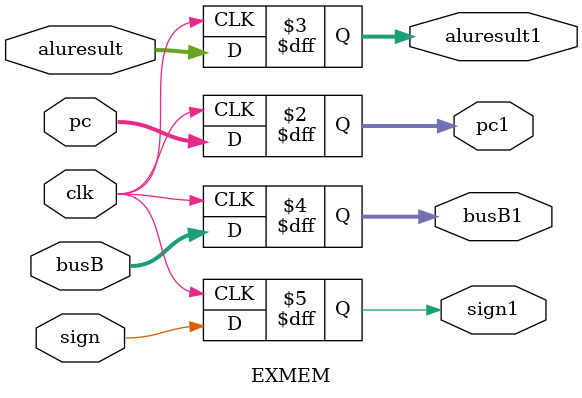
<source format=v>
`timescale 1ns / 1ps


module EXMEM(
    input   clk,
    input   [31:0]pc,
    input   [31:0]aluresult,
    input   [31:0]busB,
    input   sign,
    output  [31:0]pc1,
    output  [31:0]aluresult1,
    output  [31:0]busB1,
    output  sign1
    );

    always@(posedge clk)
    begin
        pc1 <= pc;
        sign1 <= sign;
        busB1 <= busB;
        aluresult1 <= aluresult;
    end
endmodule

</source>
